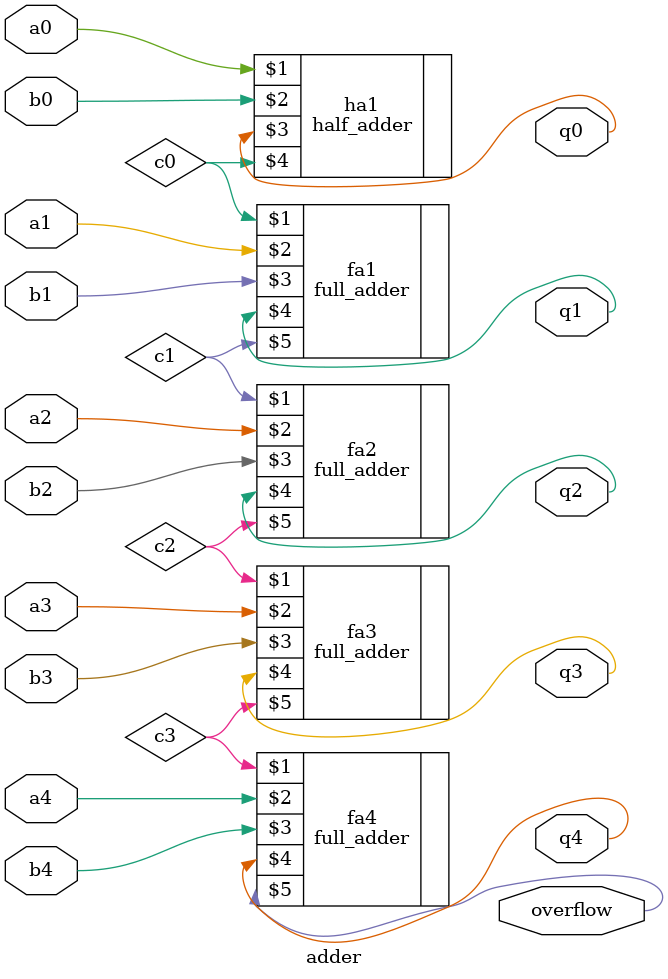
<source format=sv>
module adder
(
    input  a4, a3, a2, a1, a0,
    input  b4, b3, b2, b1, b0,

    output overflow,
    output q4, q3, q2, q1, q0
);

    // Задание:
    // Реализовать модуль 5-ти битного сумматора используя модули half_adder и full_adder

    wire c0, c1, c2, c3;

    half_adder ha1 ( a0, b0, q0, c0 );
    full_adder fa1 ( c0, a1, b1, q1, c1       );
    full_adder fa2 ( c1, a2, b2, q2, c2       );
    full_adder fa3 ( c2, a3, b3, q3, c3       );
    full_adder fa4 ( c3, a4, b4, q4, overflow );

endmodule

</source>
